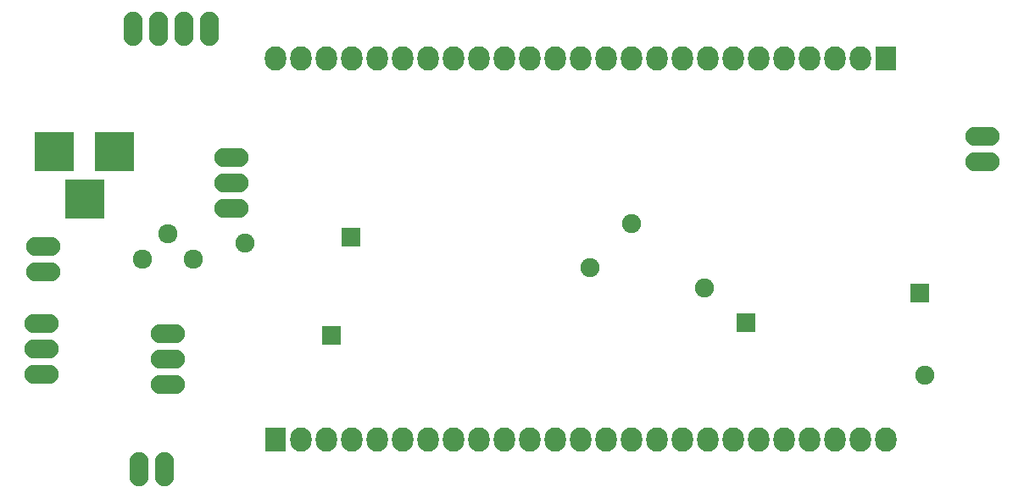
<source format=gbs>
G04 #@! TF.FileFunction,Soldermask,Bot*
%FSLAX46Y46*%
G04 Gerber Fmt 4.6, Leading zero omitted, Abs format (unit mm)*
G04 Created by KiCad (PCBNEW 4.0.7-e2-6376~58~ubuntu14.04.1) date Thu Jan 18 16:09:12 2018*
%MOMM*%
%LPD*%
G01*
G04 APERTURE LIST*
%ADD10C,0.100000*%
%ADD11R,3.900120X3.900120*%
%ADD12O,3.414980X1.906220*%
%ADD13R,2.127200X2.432000*%
%ADD14O,2.127200X2.432000*%
%ADD15O,1.906220X3.414980*%
%ADD16C,1.900000*%
%ADD17R,1.900000X1.900000*%
%ADD18C,1.924000*%
G04 APERTURE END LIST*
D10*
D11*
X70300140Y-70300000D03*
X64300660Y-70300000D03*
X67300400Y-74999000D03*
D12*
X75600000Y-88460000D03*
X75600000Y-91000000D03*
X75600000Y-93540000D03*
D13*
X86360000Y-99060000D03*
D14*
X88900000Y-99060000D03*
X91440000Y-99060000D03*
X93980000Y-99060000D03*
X96520000Y-99060000D03*
X99060000Y-99060000D03*
X101600000Y-99060000D03*
X104140000Y-99060000D03*
X106680000Y-99060000D03*
X109220000Y-99060000D03*
X111760000Y-99060000D03*
X114300000Y-99060000D03*
X116840000Y-99060000D03*
X119380000Y-99060000D03*
X121920000Y-99060000D03*
X124460000Y-99060000D03*
X127000000Y-99060000D03*
X129540000Y-99060000D03*
X132080000Y-99060000D03*
X134620000Y-99060000D03*
X137160000Y-99060000D03*
X139700000Y-99060000D03*
X142240000Y-99060000D03*
X144780000Y-99060000D03*
X147320000Y-99060000D03*
D13*
X147320000Y-60960000D03*
D14*
X144780000Y-60960000D03*
X142240000Y-60960000D03*
X139700000Y-60960000D03*
X137160000Y-60960000D03*
X134620000Y-60960000D03*
X132080000Y-60960000D03*
X129540000Y-60960000D03*
X127000000Y-60960000D03*
X124460000Y-60960000D03*
X121920000Y-60960000D03*
X119380000Y-60960000D03*
X116840000Y-60960000D03*
X114300000Y-60960000D03*
X111760000Y-60960000D03*
X109220000Y-60960000D03*
X106680000Y-60960000D03*
X104140000Y-60960000D03*
X101600000Y-60960000D03*
X99060000Y-60960000D03*
X96520000Y-60960000D03*
X93980000Y-60960000D03*
X91440000Y-60960000D03*
X88900000Y-60960000D03*
X86360000Y-60960000D03*
D15*
X72730000Y-102000000D03*
X75270000Y-102000000D03*
D12*
X63000000Y-87460000D03*
X63000000Y-90000000D03*
X63000000Y-92540000D03*
X63200000Y-79730000D03*
X63200000Y-82270000D03*
D15*
X72190000Y-58000000D03*
X79810000Y-58000000D03*
X77270000Y-58000000D03*
X74730000Y-58000000D03*
D12*
X157000000Y-71270000D03*
X157000000Y-68730000D03*
D16*
X121900000Y-77500000D03*
X117800000Y-81900000D03*
X83300000Y-79400000D03*
X129200000Y-83900000D03*
X151200000Y-92600000D03*
D12*
X82000000Y-75940000D03*
X82000000Y-73400000D03*
X82000000Y-70860000D03*
D17*
X92000000Y-88600000D03*
X133400000Y-87400000D03*
X93900000Y-78800000D03*
X150700000Y-84400000D03*
D18*
X75640000Y-78460000D03*
X73100000Y-81000000D03*
X78180000Y-81000000D03*
M02*

</source>
